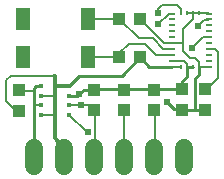
<source format=gbr>
G04 EAGLE Gerber RS-274X export*
G75*
%MOMM*%
%FSLAX34Y34*%
%LPD*%
%INTop Copper*%
%IPPOS*%
%AMOC8*
5,1,8,0,0,1.08239X$1,22.5*%
G01*
%ADD10R,1.300000X1.900000*%
%ADD11R,1.050000X1.080000*%
%ADD12R,1.080000X1.050000*%
%ADD13C,1.524000*%
%ADD14R,1.100000X1.000000*%
%ADD15R,0.475000X0.250000*%
%ADD16R,0.250000X0.375000*%
%ADD17R,0.400000X0.400000*%
%ADD18C,0.152400*%
%ADD19C,0.604000*%
%ADD20C,0.254000*%
%ADD21C,0.304800*%


D10*
X83380Y144270D03*
X28380Y144270D03*
X28380Y112270D03*
X83380Y112270D03*
D11*
X127876Y112014D03*
X110376Y112014D03*
X127876Y144526D03*
X110376Y144526D03*
D12*
X183134Y67450D03*
X183134Y84950D03*
X163068Y67450D03*
X163068Y84950D03*
X25654Y66942D03*
X25654Y84442D03*
D13*
X38100Y35560D02*
X38100Y20320D01*
X63500Y20320D02*
X63500Y35560D01*
X88900Y35560D02*
X88900Y20320D01*
X114300Y20320D02*
X114300Y35560D01*
X139700Y35560D02*
X139700Y20320D01*
X165100Y20320D02*
X165100Y35560D01*
D14*
X88900Y67700D03*
X88900Y84700D03*
X114300Y67700D03*
X114300Y84700D03*
X139700Y67700D03*
X139700Y84700D03*
D15*
X154580Y104144D03*
D16*
X162705Y103519D03*
X167705Y103519D03*
X172705Y103519D03*
X177705Y103519D03*
D15*
X185830Y104144D03*
X185830Y109144D03*
X185830Y114144D03*
X185830Y119144D03*
X185830Y124144D03*
X185830Y129144D03*
X185830Y134144D03*
X185830Y139144D03*
X185830Y144144D03*
X185830Y149144D03*
D16*
X177705Y149769D03*
X172705Y149769D03*
X167705Y149769D03*
X162705Y149769D03*
D15*
X154580Y149144D03*
X154580Y144144D03*
X154580Y139144D03*
X154580Y134144D03*
X154580Y129144D03*
X154580Y124144D03*
X154580Y119144D03*
X154580Y114144D03*
X154580Y109144D03*
D17*
X67700Y87600D03*
X67700Y79600D03*
X67700Y71600D03*
X67700Y63600D03*
X43700Y63600D03*
X43700Y71600D03*
X43700Y79600D03*
X43700Y87600D03*
D18*
X140208Y67056D02*
X140208Y28956D01*
X140208Y67056D02*
X139700Y67700D01*
X140208Y28956D02*
X139700Y27940D01*
X180932Y129116D02*
X185794Y129116D01*
X180932Y129116D02*
X172212Y120396D01*
X185794Y129116D02*
X185830Y129144D01*
D19*
X172212Y120396D03*
D18*
X23070Y66942D02*
X14564Y75448D01*
X14564Y92716D01*
X18412Y96564D01*
D20*
X156972Y68580D02*
X163068Y68580D01*
X156972Y68580D02*
X150876Y74676D01*
D18*
X163068Y68580D02*
X163068Y67450D01*
D19*
X150876Y74676D03*
D18*
X148258Y124144D02*
X127876Y144526D01*
X148258Y124144D02*
X154580Y124144D01*
X172705Y149769D02*
X177705Y149769D01*
X185205Y149769D02*
X185830Y149144D01*
X185205Y149769D02*
X177705Y149769D01*
X178330Y104144D02*
X185830Y104144D01*
X178330Y104144D02*
X177705Y103519D01*
X162080Y104144D02*
X154580Y104144D01*
X162080Y104144D02*
X162705Y103519D01*
X25654Y66942D02*
X23070Y66942D01*
X164366Y136426D02*
X172720Y144780D01*
X172720Y149755D01*
X172705Y149769D01*
X167705Y149769D01*
D21*
X63500Y35560D02*
X63500Y27940D01*
X63500Y35560D02*
X55526Y43534D01*
D18*
X55372Y96520D02*
X55328Y96564D01*
X18412Y96564D01*
D21*
X55372Y96520D02*
X55526Y96366D01*
X55526Y63500D02*
X55526Y43534D01*
X55526Y63500D02*
X55526Y78740D01*
X55526Y87630D01*
X55526Y96366D01*
X67670Y87630D02*
X67700Y87600D01*
X67670Y87630D02*
X55526Y87630D01*
D20*
X135746Y104144D02*
X154580Y104144D01*
X135746Y104144D02*
X127876Y112014D01*
X112382Y96520D01*
X76200Y96520D02*
X67700Y88020D01*
X67700Y87600D01*
X76200Y96520D02*
X112382Y96520D01*
X163068Y67450D02*
X173990Y67450D01*
X183134Y67450D01*
X177705Y97695D02*
X177705Y103519D01*
X177705Y97695D02*
X173990Y93980D01*
X173990Y67450D01*
D18*
X164366Y124460D02*
X164366Y136426D01*
X164366Y124460D02*
X164366Y117574D01*
X170180Y111760D01*
X173990Y111760D01*
X177705Y108045D01*
X177705Y103519D01*
X164050Y124144D02*
X154580Y124144D01*
X164050Y124144D02*
X164366Y124460D01*
X55426Y63600D02*
X43700Y63600D01*
X55426Y63600D02*
X55526Y63500D01*
X54666Y79600D02*
X43700Y79600D01*
X54666Y79600D02*
X55526Y78740D01*
X87122Y69850D02*
X87659Y69850D01*
X87122Y69850D02*
X85344Y71628D01*
X87659Y69850D02*
X88900Y67700D01*
X89916Y67056D02*
X89916Y28956D01*
X88900Y27940D01*
X89916Y67056D02*
X88900Y67700D01*
D19*
X143256Y140208D03*
X77724Y71628D03*
D18*
X143256Y140208D02*
X152192Y149144D01*
X154580Y149144D01*
X77696Y71600D02*
X67700Y71600D01*
X77696Y71600D02*
X77724Y71628D01*
X85344Y71628D01*
X114300Y67700D02*
X114300Y27940D01*
D19*
X83820Y48768D03*
D18*
X162705Y152769D02*
X158959Y156516D01*
X146420Y156516D01*
X143281Y153377D01*
D19*
X143281Y149296D03*
D18*
X162705Y149769D02*
X162705Y152769D01*
X143281Y153377D02*
X143281Y149296D01*
X67700Y63600D02*
X82532Y48768D01*
X83820Y48768D01*
X83820Y112776D02*
X109728Y112776D01*
X83820Y112776D02*
X83380Y112270D01*
X109728Y112776D02*
X110376Y112014D01*
X110376Y115456D01*
X118110Y123190D01*
X132080Y123190D01*
X141126Y114144D01*
X154580Y114144D01*
X83820Y144780D02*
X83380Y144270D01*
X147556Y119144D02*
X154580Y119144D01*
X138430Y128270D02*
X126632Y128270D01*
X138430Y128270D02*
X147556Y119144D01*
X110376Y144526D02*
X84074Y144526D01*
X83820Y144780D01*
X110376Y144526D02*
X126632Y128270D01*
X185928Y118872D02*
X191076Y118872D01*
X193600Y116348D01*
X193600Y94540D01*
X184404Y85344D01*
X183134Y84950D01*
X185928Y118872D02*
X185830Y119144D01*
D20*
X163068Y91336D02*
X163068Y85344D01*
X163068Y91336D02*
X167705Y95973D01*
X163068Y85344D02*
X140208Y85344D01*
D18*
X139700Y84700D01*
D20*
X114300Y85344D02*
X89916Y85344D01*
D18*
X88900Y84700D01*
D20*
X114300Y85344D02*
X138684Y85344D01*
D18*
X139700Y84700D01*
X114300Y84700D02*
X114300Y85344D01*
D19*
X76200Y80772D03*
D18*
X163068Y84950D02*
X163068Y85344D01*
D20*
X38100Y86360D02*
X38100Y83820D01*
X38100Y71120D01*
X38100Y27940D01*
D18*
X26276Y83820D02*
X25654Y84442D01*
X26276Y83820D02*
X38100Y83820D01*
D20*
X167705Y103519D02*
X172705Y103519D01*
D18*
X167541Y103683D02*
X167541Y106441D01*
X167541Y103683D02*
X167705Y103519D01*
X164838Y109144D02*
X154580Y109144D01*
X164838Y109144D02*
X167541Y106441D01*
D20*
X167705Y103519D02*
X167705Y95973D01*
D18*
X38580Y71600D02*
X38100Y71120D01*
X38580Y71600D02*
X43700Y71600D01*
D20*
X38100Y86360D02*
X39340Y87600D01*
X67700Y79600D02*
X75028Y79600D01*
X76200Y80772D01*
X80128Y84700D01*
X88900Y84700D01*
X43700Y87600D02*
X39340Y87600D01*
D18*
X182156Y144056D02*
X185688Y144056D01*
X182156Y144056D02*
X176784Y138684D01*
D19*
X176784Y138684D03*
D18*
X185688Y144056D02*
X185830Y144144D01*
M02*

</source>
